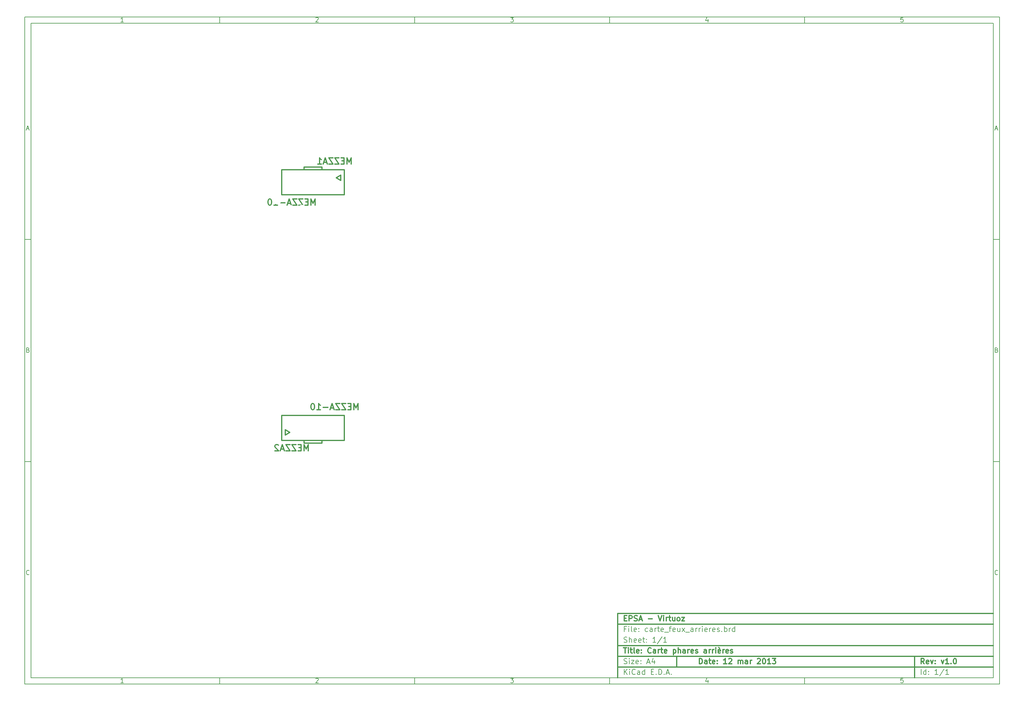
<source format=gbo>
G04 (created by PCBNEW-RS274X (2012-01-19 BZR 3256)-stable) date 12/03/2013 15:18:44*
G01*
G70*
G90*
%MOIN*%
G04 Gerber Fmt 3.4, Leading zero omitted, Abs format*
%FSLAX34Y34*%
G04 APERTURE LIST*
%ADD10C,0.006000*%
%ADD11C,0.012000*%
%ADD12C,0.014000*%
%ADD13C,0.235000*%
%ADD14R,0.105000X0.105000*%
%ADD15C,0.105000*%
%ADD16R,0.095000X0.095000*%
%ADD17C,0.095000*%
%ADD18R,0.090000X0.090000*%
%ADD19C,0.090000*%
%ADD20R,0.110000X0.110000*%
%ADD21C,0.110000*%
%ADD22R,0.110000X0.082000*%
%ADD23O,0.110000X0.082000*%
%ADD24C,0.270000*%
G04 APERTURE END LIST*
G54D10*
X04000Y-04000D02*
X113000Y-04000D01*
X113000Y-78670D01*
X04000Y-78670D01*
X04000Y-04000D01*
X04700Y-04700D02*
X112300Y-04700D01*
X112300Y-77970D01*
X04700Y-77970D01*
X04700Y-04700D01*
X25800Y-04000D02*
X25800Y-04700D01*
X15043Y-04552D02*
X14757Y-04552D01*
X14900Y-04552D02*
X14900Y-04052D01*
X14852Y-04124D01*
X14805Y-04171D01*
X14757Y-04195D01*
X25800Y-78670D02*
X25800Y-77970D01*
X15043Y-78522D02*
X14757Y-78522D01*
X14900Y-78522D02*
X14900Y-78022D01*
X14852Y-78094D01*
X14805Y-78141D01*
X14757Y-78165D01*
X47600Y-04000D02*
X47600Y-04700D01*
X36557Y-04100D02*
X36581Y-04076D01*
X36629Y-04052D01*
X36748Y-04052D01*
X36795Y-04076D01*
X36819Y-04100D01*
X36843Y-04148D01*
X36843Y-04195D01*
X36819Y-04267D01*
X36533Y-04552D01*
X36843Y-04552D01*
X47600Y-78670D02*
X47600Y-77970D01*
X36557Y-78070D02*
X36581Y-78046D01*
X36629Y-78022D01*
X36748Y-78022D01*
X36795Y-78046D01*
X36819Y-78070D01*
X36843Y-78118D01*
X36843Y-78165D01*
X36819Y-78237D01*
X36533Y-78522D01*
X36843Y-78522D01*
X69400Y-04000D02*
X69400Y-04700D01*
X58333Y-04052D02*
X58643Y-04052D01*
X58476Y-04243D01*
X58548Y-04243D01*
X58595Y-04267D01*
X58619Y-04290D01*
X58643Y-04338D01*
X58643Y-04457D01*
X58619Y-04505D01*
X58595Y-04529D01*
X58548Y-04552D01*
X58405Y-04552D01*
X58357Y-04529D01*
X58333Y-04505D01*
X69400Y-78670D02*
X69400Y-77970D01*
X58333Y-78022D02*
X58643Y-78022D01*
X58476Y-78213D01*
X58548Y-78213D01*
X58595Y-78237D01*
X58619Y-78260D01*
X58643Y-78308D01*
X58643Y-78427D01*
X58619Y-78475D01*
X58595Y-78499D01*
X58548Y-78522D01*
X58405Y-78522D01*
X58357Y-78499D01*
X58333Y-78475D01*
X91200Y-04000D02*
X91200Y-04700D01*
X80395Y-04219D02*
X80395Y-04552D01*
X80276Y-04029D02*
X80157Y-04386D01*
X80467Y-04386D01*
X91200Y-78670D02*
X91200Y-77970D01*
X80395Y-78189D02*
X80395Y-78522D01*
X80276Y-77999D02*
X80157Y-78356D01*
X80467Y-78356D01*
X102219Y-04052D02*
X101981Y-04052D01*
X101957Y-04290D01*
X101981Y-04267D01*
X102029Y-04243D01*
X102148Y-04243D01*
X102195Y-04267D01*
X102219Y-04290D01*
X102243Y-04338D01*
X102243Y-04457D01*
X102219Y-04505D01*
X102195Y-04529D01*
X102148Y-04552D01*
X102029Y-04552D01*
X101981Y-04529D01*
X101957Y-04505D01*
X102219Y-78022D02*
X101981Y-78022D01*
X101957Y-78260D01*
X101981Y-78237D01*
X102029Y-78213D01*
X102148Y-78213D01*
X102195Y-78237D01*
X102219Y-78260D01*
X102243Y-78308D01*
X102243Y-78427D01*
X102219Y-78475D01*
X102195Y-78499D01*
X102148Y-78522D01*
X102029Y-78522D01*
X101981Y-78499D01*
X101957Y-78475D01*
X04000Y-28890D02*
X04700Y-28890D01*
X04231Y-16510D02*
X04469Y-16510D01*
X04184Y-16652D02*
X04350Y-16152D01*
X04517Y-16652D01*
X113000Y-28890D02*
X112300Y-28890D01*
X112531Y-16510D02*
X112769Y-16510D01*
X112484Y-16652D02*
X112650Y-16152D01*
X112817Y-16652D01*
X04000Y-53780D02*
X04700Y-53780D01*
X04386Y-41280D02*
X04457Y-41304D01*
X04481Y-41328D01*
X04505Y-41376D01*
X04505Y-41447D01*
X04481Y-41495D01*
X04457Y-41519D01*
X04410Y-41542D01*
X04219Y-41542D01*
X04219Y-41042D01*
X04386Y-41042D01*
X04433Y-41066D01*
X04457Y-41090D01*
X04481Y-41138D01*
X04481Y-41185D01*
X04457Y-41233D01*
X04433Y-41257D01*
X04386Y-41280D01*
X04219Y-41280D01*
X113000Y-53780D02*
X112300Y-53780D01*
X112686Y-41280D02*
X112757Y-41304D01*
X112781Y-41328D01*
X112805Y-41376D01*
X112805Y-41447D01*
X112781Y-41495D01*
X112757Y-41519D01*
X112710Y-41542D01*
X112519Y-41542D01*
X112519Y-41042D01*
X112686Y-41042D01*
X112733Y-41066D01*
X112757Y-41090D01*
X112781Y-41138D01*
X112781Y-41185D01*
X112757Y-41233D01*
X112733Y-41257D01*
X112686Y-41280D01*
X112519Y-41280D01*
X04505Y-66385D02*
X04481Y-66409D01*
X04410Y-66432D01*
X04362Y-66432D01*
X04290Y-66409D01*
X04243Y-66361D01*
X04219Y-66313D01*
X04195Y-66218D01*
X04195Y-66147D01*
X04219Y-66051D01*
X04243Y-66004D01*
X04290Y-65956D01*
X04362Y-65932D01*
X04410Y-65932D01*
X04481Y-65956D01*
X04505Y-65980D01*
X112805Y-66385D02*
X112781Y-66409D01*
X112710Y-66432D01*
X112662Y-66432D01*
X112590Y-66409D01*
X112543Y-66361D01*
X112519Y-66313D01*
X112495Y-66218D01*
X112495Y-66147D01*
X112519Y-66051D01*
X112543Y-66004D01*
X112590Y-65956D01*
X112662Y-65932D01*
X112710Y-65932D01*
X112781Y-65956D01*
X112805Y-65980D01*
G54D11*
X79443Y-76413D02*
X79443Y-75813D01*
X79586Y-75813D01*
X79671Y-75841D01*
X79729Y-75899D01*
X79757Y-75956D01*
X79786Y-76070D01*
X79786Y-76156D01*
X79757Y-76270D01*
X79729Y-76327D01*
X79671Y-76384D01*
X79586Y-76413D01*
X79443Y-76413D01*
X80300Y-76413D02*
X80300Y-76099D01*
X80271Y-76041D01*
X80214Y-76013D01*
X80100Y-76013D01*
X80043Y-76041D01*
X80300Y-76384D02*
X80243Y-76413D01*
X80100Y-76413D01*
X80043Y-76384D01*
X80014Y-76327D01*
X80014Y-76270D01*
X80043Y-76213D01*
X80100Y-76184D01*
X80243Y-76184D01*
X80300Y-76156D01*
X80500Y-76013D02*
X80729Y-76013D01*
X80586Y-75813D02*
X80586Y-76327D01*
X80614Y-76384D01*
X80672Y-76413D01*
X80729Y-76413D01*
X81157Y-76384D02*
X81100Y-76413D01*
X80986Y-76413D01*
X80929Y-76384D01*
X80900Y-76327D01*
X80900Y-76099D01*
X80929Y-76041D01*
X80986Y-76013D01*
X81100Y-76013D01*
X81157Y-76041D01*
X81186Y-76099D01*
X81186Y-76156D01*
X80900Y-76213D01*
X81443Y-76356D02*
X81471Y-76384D01*
X81443Y-76413D01*
X81414Y-76384D01*
X81443Y-76356D01*
X81443Y-76413D01*
X81443Y-76041D02*
X81471Y-76070D01*
X81443Y-76099D01*
X81414Y-76070D01*
X81443Y-76041D01*
X81443Y-76099D01*
X82500Y-76413D02*
X82157Y-76413D01*
X82329Y-76413D02*
X82329Y-75813D01*
X82272Y-75899D01*
X82214Y-75956D01*
X82157Y-75984D01*
X82728Y-75870D02*
X82757Y-75841D01*
X82814Y-75813D01*
X82957Y-75813D01*
X83014Y-75841D01*
X83043Y-75870D01*
X83071Y-75927D01*
X83071Y-75984D01*
X83043Y-76070D01*
X82700Y-76413D01*
X83071Y-76413D01*
X83785Y-76413D02*
X83785Y-76013D01*
X83785Y-76070D02*
X83813Y-76041D01*
X83871Y-76013D01*
X83956Y-76013D01*
X84013Y-76041D01*
X84042Y-76099D01*
X84042Y-76413D01*
X84042Y-76099D02*
X84071Y-76041D01*
X84128Y-76013D01*
X84213Y-76013D01*
X84271Y-76041D01*
X84299Y-76099D01*
X84299Y-76413D01*
X84842Y-76413D02*
X84842Y-76099D01*
X84813Y-76041D01*
X84756Y-76013D01*
X84642Y-76013D01*
X84585Y-76041D01*
X84842Y-76384D02*
X84785Y-76413D01*
X84642Y-76413D01*
X84585Y-76384D01*
X84556Y-76327D01*
X84556Y-76270D01*
X84585Y-76213D01*
X84642Y-76184D01*
X84785Y-76184D01*
X84842Y-76156D01*
X85128Y-76413D02*
X85128Y-76013D01*
X85128Y-76127D02*
X85156Y-76070D01*
X85185Y-76041D01*
X85242Y-76013D01*
X85299Y-76013D01*
X85927Y-75870D02*
X85956Y-75841D01*
X86013Y-75813D01*
X86156Y-75813D01*
X86213Y-75841D01*
X86242Y-75870D01*
X86270Y-75927D01*
X86270Y-75984D01*
X86242Y-76070D01*
X85899Y-76413D01*
X86270Y-76413D01*
X86641Y-75813D02*
X86698Y-75813D01*
X86755Y-75841D01*
X86784Y-75870D01*
X86813Y-75927D01*
X86841Y-76041D01*
X86841Y-76184D01*
X86813Y-76299D01*
X86784Y-76356D01*
X86755Y-76384D01*
X86698Y-76413D01*
X86641Y-76413D01*
X86584Y-76384D01*
X86555Y-76356D01*
X86527Y-76299D01*
X86498Y-76184D01*
X86498Y-76041D01*
X86527Y-75927D01*
X86555Y-75870D01*
X86584Y-75841D01*
X86641Y-75813D01*
X87412Y-76413D02*
X87069Y-76413D01*
X87241Y-76413D02*
X87241Y-75813D01*
X87184Y-75899D01*
X87126Y-75956D01*
X87069Y-75984D01*
X87612Y-75813D02*
X87983Y-75813D01*
X87783Y-76041D01*
X87869Y-76041D01*
X87926Y-76070D01*
X87955Y-76099D01*
X87983Y-76156D01*
X87983Y-76299D01*
X87955Y-76356D01*
X87926Y-76384D01*
X87869Y-76413D01*
X87697Y-76413D01*
X87640Y-76384D01*
X87612Y-76356D01*
G54D10*
X71043Y-77613D02*
X71043Y-77013D01*
X71386Y-77613D02*
X71129Y-77270D01*
X71386Y-77013D02*
X71043Y-77356D01*
X71643Y-77613D02*
X71643Y-77213D01*
X71643Y-77013D02*
X71614Y-77041D01*
X71643Y-77070D01*
X71671Y-77041D01*
X71643Y-77013D01*
X71643Y-77070D01*
X72272Y-77556D02*
X72243Y-77584D01*
X72157Y-77613D01*
X72100Y-77613D01*
X72015Y-77584D01*
X71957Y-77527D01*
X71929Y-77470D01*
X71900Y-77356D01*
X71900Y-77270D01*
X71929Y-77156D01*
X71957Y-77099D01*
X72015Y-77041D01*
X72100Y-77013D01*
X72157Y-77013D01*
X72243Y-77041D01*
X72272Y-77070D01*
X72786Y-77613D02*
X72786Y-77299D01*
X72757Y-77241D01*
X72700Y-77213D01*
X72586Y-77213D01*
X72529Y-77241D01*
X72786Y-77584D02*
X72729Y-77613D01*
X72586Y-77613D01*
X72529Y-77584D01*
X72500Y-77527D01*
X72500Y-77470D01*
X72529Y-77413D01*
X72586Y-77384D01*
X72729Y-77384D01*
X72786Y-77356D01*
X73329Y-77613D02*
X73329Y-77013D01*
X73329Y-77584D02*
X73272Y-77613D01*
X73158Y-77613D01*
X73100Y-77584D01*
X73072Y-77556D01*
X73043Y-77499D01*
X73043Y-77327D01*
X73072Y-77270D01*
X73100Y-77241D01*
X73158Y-77213D01*
X73272Y-77213D01*
X73329Y-77241D01*
X74072Y-77299D02*
X74272Y-77299D01*
X74358Y-77613D02*
X74072Y-77613D01*
X74072Y-77013D01*
X74358Y-77013D01*
X74615Y-77556D02*
X74643Y-77584D01*
X74615Y-77613D01*
X74586Y-77584D01*
X74615Y-77556D01*
X74615Y-77613D01*
X74901Y-77613D02*
X74901Y-77013D01*
X75044Y-77013D01*
X75129Y-77041D01*
X75187Y-77099D01*
X75215Y-77156D01*
X75244Y-77270D01*
X75244Y-77356D01*
X75215Y-77470D01*
X75187Y-77527D01*
X75129Y-77584D01*
X75044Y-77613D01*
X74901Y-77613D01*
X75501Y-77556D02*
X75529Y-77584D01*
X75501Y-77613D01*
X75472Y-77584D01*
X75501Y-77556D01*
X75501Y-77613D01*
X75758Y-77441D02*
X76044Y-77441D01*
X75701Y-77613D02*
X75901Y-77013D01*
X76101Y-77613D01*
X76301Y-77556D02*
X76329Y-77584D01*
X76301Y-77613D01*
X76272Y-77584D01*
X76301Y-77556D01*
X76301Y-77613D01*
G54D11*
X104586Y-76413D02*
X104386Y-76127D01*
X104243Y-76413D02*
X104243Y-75813D01*
X104471Y-75813D01*
X104529Y-75841D01*
X104557Y-75870D01*
X104586Y-75927D01*
X104586Y-76013D01*
X104557Y-76070D01*
X104529Y-76099D01*
X104471Y-76127D01*
X104243Y-76127D01*
X105071Y-76384D02*
X105014Y-76413D01*
X104900Y-76413D01*
X104843Y-76384D01*
X104814Y-76327D01*
X104814Y-76099D01*
X104843Y-76041D01*
X104900Y-76013D01*
X105014Y-76013D01*
X105071Y-76041D01*
X105100Y-76099D01*
X105100Y-76156D01*
X104814Y-76213D01*
X105300Y-76013D02*
X105443Y-76413D01*
X105585Y-76013D01*
X105814Y-76356D02*
X105842Y-76384D01*
X105814Y-76413D01*
X105785Y-76384D01*
X105814Y-76356D01*
X105814Y-76413D01*
X105814Y-76041D02*
X105842Y-76070D01*
X105814Y-76099D01*
X105785Y-76070D01*
X105814Y-76041D01*
X105814Y-76099D01*
X106500Y-76013D02*
X106643Y-76413D01*
X106785Y-76013D01*
X107328Y-76413D02*
X106985Y-76413D01*
X107157Y-76413D02*
X107157Y-75813D01*
X107100Y-75899D01*
X107042Y-75956D01*
X106985Y-75984D01*
X107585Y-76356D02*
X107613Y-76384D01*
X107585Y-76413D01*
X107556Y-76384D01*
X107585Y-76356D01*
X107585Y-76413D01*
X107985Y-75813D02*
X108042Y-75813D01*
X108099Y-75841D01*
X108128Y-75870D01*
X108157Y-75927D01*
X108185Y-76041D01*
X108185Y-76184D01*
X108157Y-76299D01*
X108128Y-76356D01*
X108099Y-76384D01*
X108042Y-76413D01*
X107985Y-76413D01*
X107928Y-76384D01*
X107899Y-76356D01*
X107871Y-76299D01*
X107842Y-76184D01*
X107842Y-76041D01*
X107871Y-75927D01*
X107899Y-75870D01*
X107928Y-75841D01*
X107985Y-75813D01*
G54D10*
X71014Y-76384D02*
X71100Y-76413D01*
X71243Y-76413D01*
X71300Y-76384D01*
X71329Y-76356D01*
X71357Y-76299D01*
X71357Y-76241D01*
X71329Y-76184D01*
X71300Y-76156D01*
X71243Y-76127D01*
X71129Y-76099D01*
X71071Y-76070D01*
X71043Y-76041D01*
X71014Y-75984D01*
X71014Y-75927D01*
X71043Y-75870D01*
X71071Y-75841D01*
X71129Y-75813D01*
X71271Y-75813D01*
X71357Y-75841D01*
X71614Y-76413D02*
X71614Y-76013D01*
X71614Y-75813D02*
X71585Y-75841D01*
X71614Y-75870D01*
X71642Y-75841D01*
X71614Y-75813D01*
X71614Y-75870D01*
X71843Y-76013D02*
X72157Y-76013D01*
X71843Y-76413D01*
X72157Y-76413D01*
X72614Y-76384D02*
X72557Y-76413D01*
X72443Y-76413D01*
X72386Y-76384D01*
X72357Y-76327D01*
X72357Y-76099D01*
X72386Y-76041D01*
X72443Y-76013D01*
X72557Y-76013D01*
X72614Y-76041D01*
X72643Y-76099D01*
X72643Y-76156D01*
X72357Y-76213D01*
X72900Y-76356D02*
X72928Y-76384D01*
X72900Y-76413D01*
X72871Y-76384D01*
X72900Y-76356D01*
X72900Y-76413D01*
X72900Y-76041D02*
X72928Y-76070D01*
X72900Y-76099D01*
X72871Y-76070D01*
X72900Y-76041D01*
X72900Y-76099D01*
X73614Y-76241D02*
X73900Y-76241D01*
X73557Y-76413D02*
X73757Y-75813D01*
X73957Y-76413D01*
X74414Y-76013D02*
X74414Y-76413D01*
X74271Y-75784D02*
X74128Y-76213D01*
X74500Y-76213D01*
X104243Y-77613D02*
X104243Y-77013D01*
X104786Y-77613D02*
X104786Y-77013D01*
X104786Y-77584D02*
X104729Y-77613D01*
X104615Y-77613D01*
X104557Y-77584D01*
X104529Y-77556D01*
X104500Y-77499D01*
X104500Y-77327D01*
X104529Y-77270D01*
X104557Y-77241D01*
X104615Y-77213D01*
X104729Y-77213D01*
X104786Y-77241D01*
X105072Y-77556D02*
X105100Y-77584D01*
X105072Y-77613D01*
X105043Y-77584D01*
X105072Y-77556D01*
X105072Y-77613D01*
X105072Y-77241D02*
X105100Y-77270D01*
X105072Y-77299D01*
X105043Y-77270D01*
X105072Y-77241D01*
X105072Y-77299D01*
X106129Y-77613D02*
X105786Y-77613D01*
X105958Y-77613D02*
X105958Y-77013D01*
X105901Y-77099D01*
X105843Y-77156D01*
X105786Y-77184D01*
X106814Y-76984D02*
X106300Y-77756D01*
X107329Y-77613D02*
X106986Y-77613D01*
X107158Y-77613D02*
X107158Y-77013D01*
X107101Y-77099D01*
X107043Y-77156D01*
X106986Y-77184D01*
G54D11*
X70957Y-74613D02*
X71300Y-74613D01*
X71129Y-75213D02*
X71129Y-74613D01*
X71500Y-75213D02*
X71500Y-74813D01*
X71500Y-74613D02*
X71471Y-74641D01*
X71500Y-74670D01*
X71528Y-74641D01*
X71500Y-74613D01*
X71500Y-74670D01*
X71700Y-74813D02*
X71929Y-74813D01*
X71786Y-74613D02*
X71786Y-75127D01*
X71814Y-75184D01*
X71872Y-75213D01*
X71929Y-75213D01*
X72215Y-75213D02*
X72157Y-75184D01*
X72129Y-75127D01*
X72129Y-74613D01*
X72671Y-75184D02*
X72614Y-75213D01*
X72500Y-75213D01*
X72443Y-75184D01*
X72414Y-75127D01*
X72414Y-74899D01*
X72443Y-74841D01*
X72500Y-74813D01*
X72614Y-74813D01*
X72671Y-74841D01*
X72700Y-74899D01*
X72700Y-74956D01*
X72414Y-75013D01*
X72957Y-75156D02*
X72985Y-75184D01*
X72957Y-75213D01*
X72928Y-75184D01*
X72957Y-75156D01*
X72957Y-75213D01*
X72957Y-74841D02*
X72985Y-74870D01*
X72957Y-74899D01*
X72928Y-74870D01*
X72957Y-74841D01*
X72957Y-74899D01*
X74043Y-75156D02*
X74014Y-75184D01*
X73928Y-75213D01*
X73871Y-75213D01*
X73786Y-75184D01*
X73728Y-75127D01*
X73700Y-75070D01*
X73671Y-74956D01*
X73671Y-74870D01*
X73700Y-74756D01*
X73728Y-74699D01*
X73786Y-74641D01*
X73871Y-74613D01*
X73928Y-74613D01*
X74014Y-74641D01*
X74043Y-74670D01*
X74557Y-75213D02*
X74557Y-74899D01*
X74528Y-74841D01*
X74471Y-74813D01*
X74357Y-74813D01*
X74300Y-74841D01*
X74557Y-75184D02*
X74500Y-75213D01*
X74357Y-75213D01*
X74300Y-75184D01*
X74271Y-75127D01*
X74271Y-75070D01*
X74300Y-75013D01*
X74357Y-74984D01*
X74500Y-74984D01*
X74557Y-74956D01*
X74843Y-75213D02*
X74843Y-74813D01*
X74843Y-74927D02*
X74871Y-74870D01*
X74900Y-74841D01*
X74957Y-74813D01*
X75014Y-74813D01*
X75128Y-74813D02*
X75357Y-74813D01*
X75214Y-74613D02*
X75214Y-75127D01*
X75242Y-75184D01*
X75300Y-75213D01*
X75357Y-75213D01*
X75785Y-75184D02*
X75728Y-75213D01*
X75614Y-75213D01*
X75557Y-75184D01*
X75528Y-75127D01*
X75528Y-74899D01*
X75557Y-74841D01*
X75614Y-74813D01*
X75728Y-74813D01*
X75785Y-74841D01*
X75814Y-74899D01*
X75814Y-74956D01*
X75528Y-75013D01*
X76528Y-74813D02*
X76528Y-75413D01*
X76528Y-74841D02*
X76585Y-74813D01*
X76699Y-74813D01*
X76756Y-74841D01*
X76785Y-74870D01*
X76814Y-74927D01*
X76814Y-75099D01*
X76785Y-75156D01*
X76756Y-75184D01*
X76699Y-75213D01*
X76585Y-75213D01*
X76528Y-75184D01*
X77071Y-75213D02*
X77071Y-74613D01*
X77328Y-75213D02*
X77328Y-74899D01*
X77299Y-74841D01*
X77242Y-74813D01*
X77157Y-74813D01*
X77099Y-74841D01*
X77071Y-74870D01*
X77871Y-75213D02*
X77871Y-74899D01*
X77842Y-74841D01*
X77785Y-74813D01*
X77671Y-74813D01*
X77614Y-74841D01*
X77871Y-75184D02*
X77814Y-75213D01*
X77671Y-75213D01*
X77614Y-75184D01*
X77585Y-75127D01*
X77585Y-75070D01*
X77614Y-75013D01*
X77671Y-74984D01*
X77814Y-74984D01*
X77871Y-74956D01*
X78157Y-75213D02*
X78157Y-74813D01*
X78157Y-74927D02*
X78185Y-74870D01*
X78214Y-74841D01*
X78271Y-74813D01*
X78328Y-74813D01*
X78756Y-75184D02*
X78699Y-75213D01*
X78585Y-75213D01*
X78528Y-75184D01*
X78499Y-75127D01*
X78499Y-74899D01*
X78528Y-74841D01*
X78585Y-74813D01*
X78699Y-74813D01*
X78756Y-74841D01*
X78785Y-74899D01*
X78785Y-74956D01*
X78499Y-75013D01*
X79013Y-75184D02*
X79070Y-75213D01*
X79185Y-75213D01*
X79242Y-75184D01*
X79270Y-75127D01*
X79270Y-75099D01*
X79242Y-75041D01*
X79185Y-75013D01*
X79099Y-75013D01*
X79042Y-74984D01*
X79013Y-74927D01*
X79013Y-74899D01*
X79042Y-74841D01*
X79099Y-74813D01*
X79185Y-74813D01*
X79242Y-74841D01*
X80242Y-75213D02*
X80242Y-74899D01*
X80213Y-74841D01*
X80156Y-74813D01*
X80042Y-74813D01*
X79985Y-74841D01*
X80242Y-75184D02*
X80185Y-75213D01*
X80042Y-75213D01*
X79985Y-75184D01*
X79956Y-75127D01*
X79956Y-75070D01*
X79985Y-75013D01*
X80042Y-74984D01*
X80185Y-74984D01*
X80242Y-74956D01*
X80528Y-75213D02*
X80528Y-74813D01*
X80528Y-74927D02*
X80556Y-74870D01*
X80585Y-74841D01*
X80642Y-74813D01*
X80699Y-74813D01*
X80899Y-75213D02*
X80899Y-74813D01*
X80899Y-74927D02*
X80927Y-74870D01*
X80956Y-74841D01*
X81013Y-74813D01*
X81070Y-74813D01*
X81270Y-75213D02*
X81270Y-74813D01*
X81270Y-74613D02*
X81241Y-74641D01*
X81270Y-74670D01*
X81298Y-74641D01*
X81270Y-74613D01*
X81270Y-74670D01*
X81784Y-75184D02*
X81727Y-75213D01*
X81613Y-75213D01*
X81556Y-75184D01*
X81527Y-75127D01*
X81527Y-74899D01*
X81556Y-74841D01*
X81613Y-74813D01*
X81727Y-74813D01*
X81784Y-74841D01*
X81813Y-74899D01*
X81813Y-74956D01*
X81527Y-75013D01*
X81613Y-74584D02*
X81699Y-74670D01*
X82070Y-75213D02*
X82070Y-74813D01*
X82070Y-74927D02*
X82098Y-74870D01*
X82127Y-74841D01*
X82184Y-74813D01*
X82241Y-74813D01*
X82669Y-75184D02*
X82612Y-75213D01*
X82498Y-75213D01*
X82441Y-75184D01*
X82412Y-75127D01*
X82412Y-74899D01*
X82441Y-74841D01*
X82498Y-74813D01*
X82612Y-74813D01*
X82669Y-74841D01*
X82698Y-74899D01*
X82698Y-74956D01*
X82412Y-75013D01*
X82926Y-75184D02*
X82983Y-75213D01*
X83098Y-75213D01*
X83155Y-75184D01*
X83183Y-75127D01*
X83183Y-75099D01*
X83155Y-75041D01*
X83098Y-75013D01*
X83012Y-75013D01*
X82955Y-74984D01*
X82926Y-74927D01*
X82926Y-74899D01*
X82955Y-74841D01*
X83012Y-74813D01*
X83098Y-74813D01*
X83155Y-74841D01*
G54D10*
X71243Y-72499D02*
X71043Y-72499D01*
X71043Y-72813D02*
X71043Y-72213D01*
X71329Y-72213D01*
X71557Y-72813D02*
X71557Y-72413D01*
X71557Y-72213D02*
X71528Y-72241D01*
X71557Y-72270D01*
X71585Y-72241D01*
X71557Y-72213D01*
X71557Y-72270D01*
X71929Y-72813D02*
X71871Y-72784D01*
X71843Y-72727D01*
X71843Y-72213D01*
X72385Y-72784D02*
X72328Y-72813D01*
X72214Y-72813D01*
X72157Y-72784D01*
X72128Y-72727D01*
X72128Y-72499D01*
X72157Y-72441D01*
X72214Y-72413D01*
X72328Y-72413D01*
X72385Y-72441D01*
X72414Y-72499D01*
X72414Y-72556D01*
X72128Y-72613D01*
X72671Y-72756D02*
X72699Y-72784D01*
X72671Y-72813D01*
X72642Y-72784D01*
X72671Y-72756D01*
X72671Y-72813D01*
X72671Y-72441D02*
X72699Y-72470D01*
X72671Y-72499D01*
X72642Y-72470D01*
X72671Y-72441D01*
X72671Y-72499D01*
X73671Y-72784D02*
X73614Y-72813D01*
X73500Y-72813D01*
X73442Y-72784D01*
X73414Y-72756D01*
X73385Y-72699D01*
X73385Y-72527D01*
X73414Y-72470D01*
X73442Y-72441D01*
X73500Y-72413D01*
X73614Y-72413D01*
X73671Y-72441D01*
X74185Y-72813D02*
X74185Y-72499D01*
X74156Y-72441D01*
X74099Y-72413D01*
X73985Y-72413D01*
X73928Y-72441D01*
X74185Y-72784D02*
X74128Y-72813D01*
X73985Y-72813D01*
X73928Y-72784D01*
X73899Y-72727D01*
X73899Y-72670D01*
X73928Y-72613D01*
X73985Y-72584D01*
X74128Y-72584D01*
X74185Y-72556D01*
X74471Y-72813D02*
X74471Y-72413D01*
X74471Y-72527D02*
X74499Y-72470D01*
X74528Y-72441D01*
X74585Y-72413D01*
X74642Y-72413D01*
X74756Y-72413D02*
X74985Y-72413D01*
X74842Y-72213D02*
X74842Y-72727D01*
X74870Y-72784D01*
X74928Y-72813D01*
X74985Y-72813D01*
X75413Y-72784D02*
X75356Y-72813D01*
X75242Y-72813D01*
X75185Y-72784D01*
X75156Y-72727D01*
X75156Y-72499D01*
X75185Y-72441D01*
X75242Y-72413D01*
X75356Y-72413D01*
X75413Y-72441D01*
X75442Y-72499D01*
X75442Y-72556D01*
X75156Y-72613D01*
X75556Y-72870D02*
X76013Y-72870D01*
X76070Y-72413D02*
X76299Y-72413D01*
X76156Y-72813D02*
X76156Y-72299D01*
X76184Y-72241D01*
X76242Y-72213D01*
X76299Y-72213D01*
X76727Y-72784D02*
X76670Y-72813D01*
X76556Y-72813D01*
X76499Y-72784D01*
X76470Y-72727D01*
X76470Y-72499D01*
X76499Y-72441D01*
X76556Y-72413D01*
X76670Y-72413D01*
X76727Y-72441D01*
X76756Y-72499D01*
X76756Y-72556D01*
X76470Y-72613D01*
X77270Y-72413D02*
X77270Y-72813D01*
X77013Y-72413D02*
X77013Y-72727D01*
X77041Y-72784D01*
X77099Y-72813D01*
X77184Y-72813D01*
X77241Y-72784D01*
X77270Y-72756D01*
X77499Y-72813D02*
X77813Y-72413D01*
X77499Y-72413D02*
X77813Y-72813D01*
X77899Y-72870D02*
X78356Y-72870D01*
X78756Y-72813D02*
X78756Y-72499D01*
X78727Y-72441D01*
X78670Y-72413D01*
X78556Y-72413D01*
X78499Y-72441D01*
X78756Y-72784D02*
X78699Y-72813D01*
X78556Y-72813D01*
X78499Y-72784D01*
X78470Y-72727D01*
X78470Y-72670D01*
X78499Y-72613D01*
X78556Y-72584D01*
X78699Y-72584D01*
X78756Y-72556D01*
X79042Y-72813D02*
X79042Y-72413D01*
X79042Y-72527D02*
X79070Y-72470D01*
X79099Y-72441D01*
X79156Y-72413D01*
X79213Y-72413D01*
X79413Y-72813D02*
X79413Y-72413D01*
X79413Y-72527D02*
X79441Y-72470D01*
X79470Y-72441D01*
X79527Y-72413D01*
X79584Y-72413D01*
X79784Y-72813D02*
X79784Y-72413D01*
X79784Y-72213D02*
X79755Y-72241D01*
X79784Y-72270D01*
X79812Y-72241D01*
X79784Y-72213D01*
X79784Y-72270D01*
X80298Y-72784D02*
X80241Y-72813D01*
X80127Y-72813D01*
X80070Y-72784D01*
X80041Y-72727D01*
X80041Y-72499D01*
X80070Y-72441D01*
X80127Y-72413D01*
X80241Y-72413D01*
X80298Y-72441D01*
X80327Y-72499D01*
X80327Y-72556D01*
X80041Y-72613D01*
X80584Y-72813D02*
X80584Y-72413D01*
X80584Y-72527D02*
X80612Y-72470D01*
X80641Y-72441D01*
X80698Y-72413D01*
X80755Y-72413D01*
X81183Y-72784D02*
X81126Y-72813D01*
X81012Y-72813D01*
X80955Y-72784D01*
X80926Y-72727D01*
X80926Y-72499D01*
X80955Y-72441D01*
X81012Y-72413D01*
X81126Y-72413D01*
X81183Y-72441D01*
X81212Y-72499D01*
X81212Y-72556D01*
X80926Y-72613D01*
X81440Y-72784D02*
X81497Y-72813D01*
X81612Y-72813D01*
X81669Y-72784D01*
X81697Y-72727D01*
X81697Y-72699D01*
X81669Y-72641D01*
X81612Y-72613D01*
X81526Y-72613D01*
X81469Y-72584D01*
X81440Y-72527D01*
X81440Y-72499D01*
X81469Y-72441D01*
X81526Y-72413D01*
X81612Y-72413D01*
X81669Y-72441D01*
X81955Y-72756D02*
X81983Y-72784D01*
X81955Y-72813D01*
X81926Y-72784D01*
X81955Y-72756D01*
X81955Y-72813D01*
X82241Y-72813D02*
X82241Y-72213D01*
X82241Y-72441D02*
X82298Y-72413D01*
X82412Y-72413D01*
X82469Y-72441D01*
X82498Y-72470D01*
X82527Y-72527D01*
X82527Y-72699D01*
X82498Y-72756D01*
X82469Y-72784D01*
X82412Y-72813D01*
X82298Y-72813D01*
X82241Y-72784D01*
X82784Y-72813D02*
X82784Y-72413D01*
X82784Y-72527D02*
X82812Y-72470D01*
X82841Y-72441D01*
X82898Y-72413D01*
X82955Y-72413D01*
X83412Y-72813D02*
X83412Y-72213D01*
X83412Y-72784D02*
X83355Y-72813D01*
X83241Y-72813D01*
X83183Y-72784D01*
X83155Y-72756D01*
X83126Y-72699D01*
X83126Y-72527D01*
X83155Y-72470D01*
X83183Y-72441D01*
X83241Y-72413D01*
X83355Y-72413D01*
X83412Y-72441D01*
X71014Y-73984D02*
X71100Y-74013D01*
X71243Y-74013D01*
X71300Y-73984D01*
X71329Y-73956D01*
X71357Y-73899D01*
X71357Y-73841D01*
X71329Y-73784D01*
X71300Y-73756D01*
X71243Y-73727D01*
X71129Y-73699D01*
X71071Y-73670D01*
X71043Y-73641D01*
X71014Y-73584D01*
X71014Y-73527D01*
X71043Y-73470D01*
X71071Y-73441D01*
X71129Y-73413D01*
X71271Y-73413D01*
X71357Y-73441D01*
X71614Y-74013D02*
X71614Y-73413D01*
X71871Y-74013D02*
X71871Y-73699D01*
X71842Y-73641D01*
X71785Y-73613D01*
X71700Y-73613D01*
X71642Y-73641D01*
X71614Y-73670D01*
X72385Y-73984D02*
X72328Y-74013D01*
X72214Y-74013D01*
X72157Y-73984D01*
X72128Y-73927D01*
X72128Y-73699D01*
X72157Y-73641D01*
X72214Y-73613D01*
X72328Y-73613D01*
X72385Y-73641D01*
X72414Y-73699D01*
X72414Y-73756D01*
X72128Y-73813D01*
X72899Y-73984D02*
X72842Y-74013D01*
X72728Y-74013D01*
X72671Y-73984D01*
X72642Y-73927D01*
X72642Y-73699D01*
X72671Y-73641D01*
X72728Y-73613D01*
X72842Y-73613D01*
X72899Y-73641D01*
X72928Y-73699D01*
X72928Y-73756D01*
X72642Y-73813D01*
X73099Y-73613D02*
X73328Y-73613D01*
X73185Y-73413D02*
X73185Y-73927D01*
X73213Y-73984D01*
X73271Y-74013D01*
X73328Y-74013D01*
X73528Y-73956D02*
X73556Y-73984D01*
X73528Y-74013D01*
X73499Y-73984D01*
X73528Y-73956D01*
X73528Y-74013D01*
X73528Y-73641D02*
X73556Y-73670D01*
X73528Y-73699D01*
X73499Y-73670D01*
X73528Y-73641D01*
X73528Y-73699D01*
X74585Y-74013D02*
X74242Y-74013D01*
X74414Y-74013D02*
X74414Y-73413D01*
X74357Y-73499D01*
X74299Y-73556D01*
X74242Y-73584D01*
X75270Y-73384D02*
X74756Y-74156D01*
X75785Y-74013D02*
X75442Y-74013D01*
X75614Y-74013D02*
X75614Y-73413D01*
X75557Y-73499D01*
X75499Y-73556D01*
X75442Y-73584D01*
G54D11*
X71043Y-71299D02*
X71243Y-71299D01*
X71329Y-71613D02*
X71043Y-71613D01*
X71043Y-71013D01*
X71329Y-71013D01*
X71586Y-71613D02*
X71586Y-71013D01*
X71814Y-71013D01*
X71872Y-71041D01*
X71900Y-71070D01*
X71929Y-71127D01*
X71929Y-71213D01*
X71900Y-71270D01*
X71872Y-71299D01*
X71814Y-71327D01*
X71586Y-71327D01*
X72157Y-71584D02*
X72243Y-71613D01*
X72386Y-71613D01*
X72443Y-71584D01*
X72472Y-71556D01*
X72500Y-71499D01*
X72500Y-71441D01*
X72472Y-71384D01*
X72443Y-71356D01*
X72386Y-71327D01*
X72272Y-71299D01*
X72214Y-71270D01*
X72186Y-71241D01*
X72157Y-71184D01*
X72157Y-71127D01*
X72186Y-71070D01*
X72214Y-71041D01*
X72272Y-71013D01*
X72414Y-71013D01*
X72500Y-71041D01*
X72728Y-71441D02*
X73014Y-71441D01*
X72671Y-71613D02*
X72871Y-71013D01*
X73071Y-71613D01*
X73728Y-71384D02*
X74185Y-71384D01*
X74842Y-71013D02*
X75042Y-71613D01*
X75242Y-71013D01*
X75442Y-71613D02*
X75442Y-71213D01*
X75442Y-71013D02*
X75413Y-71041D01*
X75442Y-71070D01*
X75470Y-71041D01*
X75442Y-71013D01*
X75442Y-71070D01*
X75728Y-71613D02*
X75728Y-71213D01*
X75728Y-71327D02*
X75756Y-71270D01*
X75785Y-71241D01*
X75842Y-71213D01*
X75899Y-71213D01*
X76013Y-71213D02*
X76242Y-71213D01*
X76099Y-71013D02*
X76099Y-71527D01*
X76127Y-71584D01*
X76185Y-71613D01*
X76242Y-71613D01*
X76699Y-71213D02*
X76699Y-71613D01*
X76442Y-71213D02*
X76442Y-71527D01*
X76470Y-71584D01*
X76528Y-71613D01*
X76613Y-71613D01*
X76670Y-71584D01*
X76699Y-71556D01*
X77071Y-71613D02*
X77013Y-71584D01*
X76985Y-71556D01*
X76956Y-71499D01*
X76956Y-71327D01*
X76985Y-71270D01*
X77013Y-71241D01*
X77071Y-71213D01*
X77156Y-71213D01*
X77213Y-71241D01*
X77242Y-71270D01*
X77271Y-71327D01*
X77271Y-71499D01*
X77242Y-71556D01*
X77213Y-71584D01*
X77156Y-71613D01*
X77071Y-71613D01*
X77471Y-71213D02*
X77785Y-71213D01*
X77471Y-71613D01*
X77785Y-71613D01*
X70300Y-70770D02*
X70300Y-77970D01*
X70300Y-71970D02*
X112300Y-71970D01*
X70300Y-70770D02*
X112300Y-70770D01*
X70300Y-74370D02*
X112300Y-74370D01*
X103500Y-75570D02*
X103500Y-77970D01*
X70300Y-76770D02*
X112300Y-76770D01*
X70300Y-75570D02*
X112300Y-75570D01*
X76900Y-75570D02*
X76900Y-76770D01*
G54D12*
X35250Y-51400D02*
X37250Y-51400D01*
X35250Y-51700D02*
X37250Y-51700D01*
X32750Y-51400D02*
X32750Y-48600D01*
X39750Y-51400D02*
X39750Y-48600D01*
X35250Y-51700D02*
X35250Y-51400D01*
X35250Y-51400D02*
X32750Y-51400D01*
X32750Y-48600D02*
X39750Y-48600D01*
X39750Y-51400D02*
X37250Y-51400D01*
X37250Y-51400D02*
X37250Y-51700D01*
X33650Y-50500D02*
X33150Y-50200D01*
X33150Y-50200D02*
X33150Y-50800D01*
X33150Y-50800D02*
X33650Y-50500D01*
X37250Y-21100D02*
X35250Y-21100D01*
X37250Y-20800D02*
X35250Y-20800D01*
X39750Y-21100D02*
X39750Y-23900D01*
X32750Y-21100D02*
X32750Y-23900D01*
X37250Y-20800D02*
X37250Y-21100D01*
X37250Y-21100D02*
X39750Y-21100D01*
X39750Y-23900D02*
X32750Y-23900D01*
X32750Y-21100D02*
X35250Y-21100D01*
X35250Y-21100D02*
X35250Y-20800D01*
X38850Y-22000D02*
X39350Y-22300D01*
X39350Y-22300D02*
X39350Y-21700D01*
X39350Y-21700D02*
X38850Y-22000D01*
G54D11*
X35700Y-52583D02*
X35700Y-51883D01*
X35467Y-52383D01*
X35234Y-51883D01*
X35234Y-52583D01*
X34900Y-52217D02*
X34667Y-52217D01*
X34567Y-52583D02*
X34900Y-52583D01*
X34900Y-51883D01*
X34567Y-51883D01*
X34334Y-51883D02*
X33867Y-51883D01*
X34334Y-52583D01*
X33867Y-52583D01*
X33667Y-51883D02*
X33200Y-51883D01*
X33667Y-52583D01*
X33200Y-52583D01*
X32967Y-52383D02*
X32633Y-52383D01*
X33033Y-52583D02*
X32800Y-51883D01*
X32567Y-52583D01*
X32367Y-51950D02*
X32333Y-51917D01*
X32267Y-51883D01*
X32100Y-51883D01*
X32033Y-51917D01*
X32000Y-51950D01*
X31967Y-52017D01*
X31967Y-52083D01*
X32000Y-52183D01*
X32400Y-52583D01*
X31967Y-52583D01*
X41267Y-47983D02*
X41267Y-47283D01*
X41034Y-47783D01*
X40801Y-47283D01*
X40801Y-47983D01*
X40467Y-47617D02*
X40234Y-47617D01*
X40134Y-47983D02*
X40467Y-47983D01*
X40467Y-47283D01*
X40134Y-47283D01*
X39901Y-47283D02*
X39434Y-47283D01*
X39901Y-47983D01*
X39434Y-47983D01*
X39234Y-47283D02*
X38767Y-47283D01*
X39234Y-47983D01*
X38767Y-47983D01*
X38534Y-47783D02*
X38200Y-47783D01*
X38600Y-47983D02*
X38367Y-47283D01*
X38134Y-47983D01*
X37900Y-47717D02*
X37367Y-47717D01*
X36667Y-47983D02*
X37067Y-47983D01*
X36867Y-47983D02*
X36867Y-47283D01*
X36933Y-47383D01*
X37000Y-47450D01*
X37067Y-47483D01*
X36233Y-47283D02*
X36166Y-47283D01*
X36100Y-47317D01*
X36066Y-47350D01*
X36033Y-47417D01*
X36000Y-47550D01*
X36000Y-47717D01*
X36033Y-47850D01*
X36066Y-47917D01*
X36100Y-47950D01*
X36166Y-47983D01*
X36233Y-47983D01*
X36300Y-47950D01*
X36333Y-47917D01*
X36366Y-47850D01*
X36400Y-47717D01*
X36400Y-47550D01*
X36366Y-47417D01*
X36333Y-47350D01*
X36300Y-47317D01*
X36233Y-47283D01*
X40500Y-20483D02*
X40500Y-19783D01*
X40267Y-20283D01*
X40034Y-19783D01*
X40034Y-20483D01*
X39700Y-20117D02*
X39467Y-20117D01*
X39367Y-20483D02*
X39700Y-20483D01*
X39700Y-19783D01*
X39367Y-19783D01*
X39134Y-19783D02*
X38667Y-19783D01*
X39134Y-20483D01*
X38667Y-20483D01*
X38467Y-19783D02*
X38000Y-19783D01*
X38467Y-20483D01*
X38000Y-20483D01*
X37767Y-20283D02*
X37433Y-20283D01*
X37833Y-20483D02*
X37600Y-19783D01*
X37367Y-20483D01*
X36767Y-20483D02*
X37167Y-20483D01*
X36967Y-20483D02*
X36967Y-19783D01*
X37033Y-19883D01*
X37100Y-19950D01*
X37167Y-19983D01*
X36467Y-25083D02*
X36467Y-24383D01*
X36234Y-24883D01*
X36001Y-24383D01*
X36001Y-25083D01*
X35667Y-24717D02*
X35434Y-24717D01*
X35334Y-25083D02*
X35667Y-25083D01*
X35667Y-24383D01*
X35334Y-24383D01*
X35101Y-24383D02*
X34634Y-24383D01*
X35101Y-25083D01*
X34634Y-25083D01*
X34434Y-24383D02*
X33967Y-24383D01*
X34434Y-25083D01*
X33967Y-25083D01*
X33734Y-24883D02*
X33400Y-24883D01*
X33800Y-25083D02*
X33567Y-24383D01*
X33334Y-25083D01*
X33100Y-24817D02*
X32567Y-24817D01*
X31867Y-25083D02*
X32267Y-25083D01*
X32067Y-25083D02*
X32067Y-24383D01*
X32133Y-24483D01*
X32200Y-24550D01*
X32267Y-24583D01*
X31433Y-24383D02*
X31366Y-24383D01*
X31300Y-24417D01*
X31266Y-24450D01*
X31233Y-24517D01*
X31200Y-24650D01*
X31200Y-24817D01*
X31233Y-24950D01*
X31266Y-25017D01*
X31300Y-25050D01*
X31366Y-25083D01*
X31433Y-25083D01*
X31500Y-25050D01*
X31533Y-25017D01*
X31566Y-24950D01*
X31600Y-24817D01*
X31600Y-24650D01*
X31566Y-24517D01*
X31533Y-24450D01*
X31500Y-24417D01*
X31433Y-24383D01*
%LPC*%
G54D13*
X30750Y-50000D03*
X41750Y-50000D03*
G54D14*
X34250Y-50500D03*
G54D15*
X34250Y-49500D03*
X35250Y-50500D03*
X35250Y-49500D03*
X36250Y-50500D03*
X36250Y-49500D03*
X37250Y-50500D03*
X37250Y-49500D03*
X38250Y-50500D03*
X38250Y-49500D03*
G54D13*
X41750Y-22500D03*
X30750Y-22500D03*
G54D14*
X38250Y-22000D03*
G54D15*
X38250Y-23000D03*
X37250Y-22000D03*
X37250Y-23000D03*
X36250Y-22000D03*
X36250Y-23000D03*
X35250Y-22000D03*
X35250Y-23000D03*
X34250Y-22000D03*
X34250Y-23000D03*
G54D16*
X49250Y-28000D03*
G54D17*
X49250Y-27000D03*
X49250Y-43250D03*
X49250Y-44250D03*
G54D16*
X49250Y-46250D03*
G54D17*
X49250Y-45250D03*
X49250Y-31750D03*
X49250Y-32750D03*
G54D16*
X49250Y-34750D03*
G54D17*
X49250Y-33750D03*
G54D16*
X45750Y-49750D03*
G54D17*
X46750Y-49750D03*
G54D18*
X33000Y-34000D03*
G54D19*
X33000Y-33000D03*
X32000Y-33000D03*
G54D18*
X33000Y-39750D03*
G54D19*
X33000Y-38750D03*
X32000Y-38750D03*
G54D18*
X33000Y-45500D03*
G54D19*
X33000Y-44500D03*
X32000Y-44500D03*
G54D18*
X33000Y-28250D03*
G54D19*
X33000Y-27250D03*
X32000Y-27250D03*
G54D20*
X36750Y-37500D03*
G54D21*
X36750Y-40500D03*
X43246Y-40500D03*
X46002Y-40500D03*
X44624Y-37500D03*
G54D20*
X36750Y-31750D03*
G54D21*
X36750Y-34750D03*
X43246Y-34750D03*
X46002Y-34750D03*
X44624Y-31750D03*
G54D20*
X36750Y-43250D03*
G54D21*
X36750Y-46250D03*
X43246Y-46250D03*
X46002Y-46250D03*
X44624Y-43250D03*
G54D20*
X36750Y-26000D03*
G54D21*
X36750Y-29000D03*
X43246Y-29000D03*
X46002Y-29000D03*
X44624Y-26000D03*
G54D17*
X35000Y-37000D03*
G54D16*
X35000Y-41000D03*
G54D17*
X35000Y-31250D03*
G54D16*
X35000Y-35250D03*
G54D17*
X35000Y-42750D03*
G54D16*
X35000Y-46750D03*
G54D17*
X35000Y-25500D03*
G54D16*
X35000Y-29500D03*
G54D19*
X27500Y-45000D03*
X24500Y-45000D03*
X27500Y-47000D03*
X24500Y-47000D03*
X33750Y-37000D03*
X30750Y-37000D03*
X33750Y-31250D03*
X30750Y-31250D03*
X33750Y-42750D03*
X30750Y-42750D03*
X33750Y-25500D03*
X30750Y-25500D03*
X28500Y-38000D03*
X28500Y-41000D03*
X29500Y-41000D03*
X29500Y-38000D03*
X22750Y-37000D03*
X22750Y-40000D03*
X21750Y-40000D03*
X21750Y-37000D03*
G54D17*
X24000Y-28750D03*
X25000Y-28750D03*
G54D16*
X27000Y-28750D03*
G54D17*
X26000Y-28750D03*
G54D16*
X22750Y-47000D03*
X22750Y-48000D03*
X22750Y-45000D03*
G54D17*
X22750Y-46000D03*
G54D22*
X27000Y-42000D03*
G54D23*
X27000Y-41000D03*
X27000Y-40000D03*
X27000Y-39000D03*
X24000Y-39000D03*
X24000Y-40000D03*
X24000Y-41000D03*
X24000Y-42000D03*
G54D22*
X27000Y-37000D03*
G54D23*
X27000Y-36000D03*
X27000Y-35000D03*
X27000Y-34000D03*
X27000Y-33000D03*
X27000Y-32000D03*
X27000Y-31000D03*
X24000Y-31000D03*
X24000Y-32000D03*
X24000Y-33000D03*
X24000Y-34000D03*
X24000Y-35000D03*
X24000Y-36000D03*
X24000Y-37000D03*
G54D18*
X23000Y-42500D03*
G54D19*
X23000Y-43500D03*
G54D18*
X22750Y-35500D03*
G54D19*
X21750Y-35500D03*
X21250Y-42500D03*
X21250Y-43500D03*
X22750Y-33500D03*
X21750Y-33500D03*
G54D24*
X22500Y-50000D03*
X50000Y-50000D03*
X50000Y-22500D03*
G54D17*
X35250Y-48000D03*
X32250Y-24500D03*
X30750Y-30250D03*
X30750Y-38000D03*
X30750Y-44500D03*
X29500Y-31000D03*
X28500Y-46000D03*
X21750Y-28750D03*
X28500Y-26250D03*
M02*

</source>
